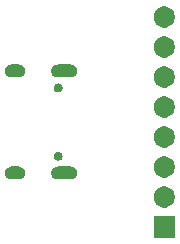
<source format=gbr>
G04 #@! TF.GenerationSoftware,KiCad,Pcbnew,(5.1.5-0-10_14)*
G04 #@! TF.CreationDate,2020-01-05T23:21:06-06:00*
G04 #@! TF.ProjectId,usb-c,7573622d-632e-46b6-9963-61645f706362,rev?*
G04 #@! TF.SameCoordinates,Original*
G04 #@! TF.FileFunction,Soldermask,Bot*
G04 #@! TF.FilePolarity,Negative*
%FSLAX46Y46*%
G04 Gerber Fmt 4.6, Leading zero omitted, Abs format (unit mm)*
G04 Created by KiCad (PCBNEW (5.1.5-0-10_14)) date 2020-01-05 23:21:06*
%MOMM*%
%LPD*%
G04 APERTURE LIST*
%ADD10C,0.100000*%
G04 APERTURE END LIST*
D10*
G36*
X134251000Y-164731000D02*
G01*
X132449000Y-164731000D01*
X132449000Y-162929000D01*
X134251000Y-162929000D01*
X134251000Y-164731000D01*
G37*
G36*
X133463512Y-160393927D02*
G01*
X133612812Y-160423624D01*
X133776784Y-160491544D01*
X133924354Y-160590147D01*
X134049853Y-160715646D01*
X134148456Y-160863216D01*
X134216376Y-161027188D01*
X134251000Y-161201259D01*
X134251000Y-161378741D01*
X134216376Y-161552812D01*
X134148456Y-161716784D01*
X134049853Y-161864354D01*
X133924354Y-161989853D01*
X133776784Y-162088456D01*
X133612812Y-162156376D01*
X133463512Y-162186073D01*
X133438742Y-162191000D01*
X133261258Y-162191000D01*
X133236488Y-162186073D01*
X133087188Y-162156376D01*
X132923216Y-162088456D01*
X132775646Y-161989853D01*
X132650147Y-161864354D01*
X132551544Y-161716784D01*
X132483624Y-161552812D01*
X132449000Y-161378741D01*
X132449000Y-161201259D01*
X132483624Y-161027188D01*
X132551544Y-160863216D01*
X132650147Y-160715646D01*
X132775646Y-160590147D01*
X132923216Y-160491544D01*
X133087188Y-160423624D01*
X133236488Y-160393927D01*
X133261258Y-160389000D01*
X133438742Y-160389000D01*
X133463512Y-160393927D01*
G37*
G36*
X125548015Y-158716973D02*
G01*
X125651879Y-158748479D01*
X125679055Y-158763005D01*
X125747600Y-158799643D01*
X125831501Y-158868499D01*
X125900357Y-158952400D01*
X125932647Y-159012811D01*
X125951521Y-159048121D01*
X125983027Y-159151985D01*
X125993666Y-159260000D01*
X125983027Y-159368015D01*
X125951521Y-159471879D01*
X125951519Y-159471882D01*
X125900357Y-159567600D01*
X125831501Y-159651501D01*
X125747600Y-159720357D01*
X125679055Y-159756995D01*
X125651879Y-159771521D01*
X125548015Y-159803027D01*
X125467067Y-159811000D01*
X124312933Y-159811000D01*
X124231985Y-159803027D01*
X124128121Y-159771521D01*
X124100945Y-159756995D01*
X124032400Y-159720357D01*
X123948499Y-159651501D01*
X123879643Y-159567600D01*
X123828481Y-159471882D01*
X123828479Y-159471879D01*
X123796973Y-159368015D01*
X123786334Y-159260000D01*
X123796973Y-159151985D01*
X123828479Y-159048121D01*
X123847353Y-159012811D01*
X123879643Y-158952400D01*
X123948499Y-158868499D01*
X124032400Y-158799643D01*
X124100945Y-158763005D01*
X124128121Y-158748479D01*
X124231985Y-158716973D01*
X124312933Y-158709000D01*
X125467067Y-158709000D01*
X125548015Y-158716973D01*
G37*
G36*
X121118015Y-158716973D02*
G01*
X121221879Y-158748479D01*
X121249055Y-158763005D01*
X121317600Y-158799643D01*
X121401501Y-158868499D01*
X121470357Y-158952400D01*
X121502647Y-159012811D01*
X121521521Y-159048121D01*
X121553027Y-159151985D01*
X121563666Y-159260000D01*
X121553027Y-159368015D01*
X121521521Y-159471879D01*
X121521519Y-159471882D01*
X121470357Y-159567600D01*
X121401501Y-159651501D01*
X121317600Y-159720357D01*
X121249055Y-159756995D01*
X121221879Y-159771521D01*
X121118015Y-159803027D01*
X121037067Y-159811000D01*
X120382933Y-159811000D01*
X120301985Y-159803027D01*
X120198121Y-159771521D01*
X120170945Y-159756995D01*
X120102400Y-159720357D01*
X120018499Y-159651501D01*
X119949643Y-159567600D01*
X119898481Y-159471882D01*
X119898479Y-159471879D01*
X119866973Y-159368015D01*
X119856334Y-159260000D01*
X119866973Y-159151985D01*
X119898479Y-159048121D01*
X119917353Y-159012811D01*
X119949643Y-158952400D01*
X120018499Y-158868499D01*
X120102400Y-158799643D01*
X120170945Y-158763005D01*
X120198121Y-158748479D01*
X120301985Y-158716973D01*
X120382933Y-158709000D01*
X121037067Y-158709000D01*
X121118015Y-158716973D01*
G37*
G36*
X133463512Y-157853927D02*
G01*
X133612812Y-157883624D01*
X133776784Y-157951544D01*
X133924354Y-158050147D01*
X134049853Y-158175646D01*
X134148456Y-158323216D01*
X134216376Y-158487188D01*
X134251000Y-158661259D01*
X134251000Y-158838741D01*
X134216376Y-159012812D01*
X134148456Y-159176784D01*
X134049853Y-159324354D01*
X133924354Y-159449853D01*
X133776784Y-159548456D01*
X133612812Y-159616376D01*
X133463512Y-159646073D01*
X133438742Y-159651000D01*
X133261258Y-159651000D01*
X133236488Y-159646073D01*
X133087188Y-159616376D01*
X132923216Y-159548456D01*
X132775646Y-159449853D01*
X132650147Y-159324354D01*
X132551544Y-159176784D01*
X132483624Y-159012812D01*
X132449000Y-158838741D01*
X132449000Y-158661259D01*
X132483624Y-158487188D01*
X132551544Y-158323216D01*
X132650147Y-158175646D01*
X132775646Y-158050147D01*
X132923216Y-157951544D01*
X133087188Y-157883624D01*
X133236488Y-157853927D01*
X133261258Y-157849000D01*
X133438742Y-157849000D01*
X133463512Y-157853927D01*
G37*
G36*
X124469672Y-157468449D02*
G01*
X124469674Y-157468450D01*
X124469675Y-157468450D01*
X124538103Y-157496793D01*
X124599686Y-157537942D01*
X124652058Y-157590314D01*
X124693207Y-157651897D01*
X124721550Y-157720325D01*
X124736000Y-157792967D01*
X124736000Y-157867033D01*
X124721550Y-157939675D01*
X124693207Y-158008103D01*
X124652058Y-158069686D01*
X124599686Y-158122058D01*
X124538103Y-158163207D01*
X124469675Y-158191550D01*
X124469674Y-158191550D01*
X124469672Y-158191551D01*
X124397034Y-158206000D01*
X124322966Y-158206000D01*
X124250328Y-158191551D01*
X124250326Y-158191550D01*
X124250325Y-158191550D01*
X124181897Y-158163207D01*
X124120314Y-158122058D01*
X124067942Y-158069686D01*
X124026793Y-158008103D01*
X123998450Y-157939675D01*
X123984000Y-157867033D01*
X123984000Y-157792967D01*
X123998450Y-157720325D01*
X124026793Y-157651897D01*
X124067942Y-157590314D01*
X124120314Y-157537942D01*
X124181897Y-157496793D01*
X124250325Y-157468450D01*
X124250326Y-157468450D01*
X124250328Y-157468449D01*
X124322966Y-157454000D01*
X124397034Y-157454000D01*
X124469672Y-157468449D01*
G37*
G36*
X133463512Y-155313927D02*
G01*
X133612812Y-155343624D01*
X133776784Y-155411544D01*
X133924354Y-155510147D01*
X134049853Y-155635646D01*
X134148456Y-155783216D01*
X134216376Y-155947188D01*
X134251000Y-156121259D01*
X134251000Y-156298741D01*
X134216376Y-156472812D01*
X134148456Y-156636784D01*
X134049853Y-156784354D01*
X133924354Y-156909853D01*
X133776784Y-157008456D01*
X133612812Y-157076376D01*
X133463512Y-157106073D01*
X133438742Y-157111000D01*
X133261258Y-157111000D01*
X133236488Y-157106073D01*
X133087188Y-157076376D01*
X132923216Y-157008456D01*
X132775646Y-156909853D01*
X132650147Y-156784354D01*
X132551544Y-156636784D01*
X132483624Y-156472812D01*
X132449000Y-156298741D01*
X132449000Y-156121259D01*
X132483624Y-155947188D01*
X132551544Y-155783216D01*
X132650147Y-155635646D01*
X132775646Y-155510147D01*
X132923216Y-155411544D01*
X133087188Y-155343624D01*
X133236488Y-155313927D01*
X133261258Y-155309000D01*
X133438742Y-155309000D01*
X133463512Y-155313927D01*
G37*
G36*
X133463512Y-152773927D02*
G01*
X133612812Y-152803624D01*
X133776784Y-152871544D01*
X133924354Y-152970147D01*
X134049853Y-153095646D01*
X134148456Y-153243216D01*
X134216376Y-153407188D01*
X134251000Y-153581259D01*
X134251000Y-153758741D01*
X134216376Y-153932812D01*
X134148456Y-154096784D01*
X134049853Y-154244354D01*
X133924354Y-154369853D01*
X133776784Y-154468456D01*
X133612812Y-154536376D01*
X133463512Y-154566073D01*
X133438742Y-154571000D01*
X133261258Y-154571000D01*
X133236488Y-154566073D01*
X133087188Y-154536376D01*
X132923216Y-154468456D01*
X132775646Y-154369853D01*
X132650147Y-154244354D01*
X132551544Y-154096784D01*
X132483624Y-153932812D01*
X132449000Y-153758741D01*
X132449000Y-153581259D01*
X132483624Y-153407188D01*
X132551544Y-153243216D01*
X132650147Y-153095646D01*
X132775646Y-152970147D01*
X132923216Y-152871544D01*
X133087188Y-152803624D01*
X133236488Y-152773927D01*
X133261258Y-152769000D01*
X133438742Y-152769000D01*
X133463512Y-152773927D01*
G37*
G36*
X124469672Y-151688449D02*
G01*
X124469674Y-151688450D01*
X124469675Y-151688450D01*
X124538103Y-151716793D01*
X124599686Y-151757942D01*
X124652058Y-151810314D01*
X124693207Y-151871897D01*
X124721550Y-151940325D01*
X124736000Y-152012967D01*
X124736000Y-152087033D01*
X124721550Y-152159675D01*
X124693207Y-152228103D01*
X124652058Y-152289686D01*
X124599686Y-152342058D01*
X124538103Y-152383207D01*
X124469675Y-152411550D01*
X124469674Y-152411550D01*
X124469672Y-152411551D01*
X124397034Y-152426000D01*
X124322966Y-152426000D01*
X124250328Y-152411551D01*
X124250326Y-152411550D01*
X124250325Y-152411550D01*
X124181897Y-152383207D01*
X124120314Y-152342058D01*
X124067942Y-152289686D01*
X124026793Y-152228103D01*
X123998450Y-152159675D01*
X123984000Y-152087033D01*
X123984000Y-152012967D01*
X123998450Y-151940325D01*
X124026793Y-151871897D01*
X124067942Y-151810314D01*
X124120314Y-151757942D01*
X124181897Y-151716793D01*
X124250325Y-151688450D01*
X124250326Y-151688450D01*
X124250328Y-151688449D01*
X124322966Y-151674000D01*
X124397034Y-151674000D01*
X124469672Y-151688449D01*
G37*
G36*
X133463512Y-150233927D02*
G01*
X133612812Y-150263624D01*
X133776784Y-150331544D01*
X133924354Y-150430147D01*
X134049853Y-150555646D01*
X134148456Y-150703216D01*
X134216376Y-150867188D01*
X134251000Y-151041259D01*
X134251000Y-151218741D01*
X134216376Y-151392812D01*
X134148456Y-151556784D01*
X134049853Y-151704354D01*
X133924354Y-151829853D01*
X133776784Y-151928456D01*
X133612812Y-151996376D01*
X133463512Y-152026073D01*
X133438742Y-152031000D01*
X133261258Y-152031000D01*
X133236488Y-152026073D01*
X133087188Y-151996376D01*
X132923216Y-151928456D01*
X132775646Y-151829853D01*
X132650147Y-151704354D01*
X132551544Y-151556784D01*
X132483624Y-151392812D01*
X132449000Y-151218741D01*
X132449000Y-151041259D01*
X132483624Y-150867188D01*
X132551544Y-150703216D01*
X132650147Y-150555646D01*
X132775646Y-150430147D01*
X132923216Y-150331544D01*
X133087188Y-150263624D01*
X133236488Y-150233927D01*
X133261258Y-150229000D01*
X133438742Y-150229000D01*
X133463512Y-150233927D01*
G37*
G36*
X125548015Y-150076973D02*
G01*
X125651879Y-150108479D01*
X125679055Y-150123005D01*
X125747600Y-150159643D01*
X125831501Y-150228499D01*
X125900357Y-150312400D01*
X125936995Y-150380945D01*
X125951521Y-150408121D01*
X125983027Y-150511985D01*
X125993666Y-150620000D01*
X125983027Y-150728015D01*
X125951521Y-150831879D01*
X125951519Y-150831882D01*
X125900357Y-150927600D01*
X125831501Y-151011501D01*
X125747600Y-151080357D01*
X125679055Y-151116995D01*
X125651879Y-151131521D01*
X125548015Y-151163027D01*
X125467067Y-151171000D01*
X124312933Y-151171000D01*
X124231985Y-151163027D01*
X124128121Y-151131521D01*
X124100945Y-151116995D01*
X124032400Y-151080357D01*
X123948499Y-151011501D01*
X123879643Y-150927600D01*
X123828481Y-150831882D01*
X123828479Y-150831879D01*
X123796973Y-150728015D01*
X123786334Y-150620000D01*
X123796973Y-150511985D01*
X123828479Y-150408121D01*
X123843005Y-150380945D01*
X123879643Y-150312400D01*
X123948499Y-150228499D01*
X124032400Y-150159643D01*
X124100945Y-150123005D01*
X124128121Y-150108479D01*
X124231985Y-150076973D01*
X124312933Y-150069000D01*
X125467067Y-150069000D01*
X125548015Y-150076973D01*
G37*
G36*
X121118015Y-150076973D02*
G01*
X121221879Y-150108479D01*
X121249055Y-150123005D01*
X121317600Y-150159643D01*
X121401501Y-150228499D01*
X121470357Y-150312400D01*
X121506995Y-150380945D01*
X121521521Y-150408121D01*
X121553027Y-150511985D01*
X121563666Y-150620000D01*
X121553027Y-150728015D01*
X121521521Y-150831879D01*
X121521519Y-150831882D01*
X121470357Y-150927600D01*
X121401501Y-151011501D01*
X121317600Y-151080357D01*
X121249055Y-151116995D01*
X121221879Y-151131521D01*
X121118015Y-151163027D01*
X121037067Y-151171000D01*
X120382933Y-151171000D01*
X120301985Y-151163027D01*
X120198121Y-151131521D01*
X120170945Y-151116995D01*
X120102400Y-151080357D01*
X120018499Y-151011501D01*
X119949643Y-150927600D01*
X119898481Y-150831882D01*
X119898479Y-150831879D01*
X119866973Y-150728015D01*
X119856334Y-150620000D01*
X119866973Y-150511985D01*
X119898479Y-150408121D01*
X119913005Y-150380945D01*
X119949643Y-150312400D01*
X120018499Y-150228499D01*
X120102400Y-150159643D01*
X120170945Y-150123005D01*
X120198121Y-150108479D01*
X120301985Y-150076973D01*
X120382933Y-150069000D01*
X121037067Y-150069000D01*
X121118015Y-150076973D01*
G37*
G36*
X133463512Y-147693927D02*
G01*
X133612812Y-147723624D01*
X133776784Y-147791544D01*
X133924354Y-147890147D01*
X134049853Y-148015646D01*
X134148456Y-148163216D01*
X134216376Y-148327188D01*
X134251000Y-148501259D01*
X134251000Y-148678741D01*
X134216376Y-148852812D01*
X134148456Y-149016784D01*
X134049853Y-149164354D01*
X133924354Y-149289853D01*
X133776784Y-149388456D01*
X133612812Y-149456376D01*
X133463512Y-149486073D01*
X133438742Y-149491000D01*
X133261258Y-149491000D01*
X133236488Y-149486073D01*
X133087188Y-149456376D01*
X132923216Y-149388456D01*
X132775646Y-149289853D01*
X132650147Y-149164354D01*
X132551544Y-149016784D01*
X132483624Y-148852812D01*
X132449000Y-148678741D01*
X132449000Y-148501259D01*
X132483624Y-148327188D01*
X132551544Y-148163216D01*
X132650147Y-148015646D01*
X132775646Y-147890147D01*
X132923216Y-147791544D01*
X133087188Y-147723624D01*
X133236488Y-147693927D01*
X133261258Y-147689000D01*
X133438742Y-147689000D01*
X133463512Y-147693927D01*
G37*
G36*
X133463512Y-145153927D02*
G01*
X133612812Y-145183624D01*
X133776784Y-145251544D01*
X133924354Y-145350147D01*
X134049853Y-145475646D01*
X134148456Y-145623216D01*
X134216376Y-145787188D01*
X134251000Y-145961259D01*
X134251000Y-146138741D01*
X134216376Y-146312812D01*
X134148456Y-146476784D01*
X134049853Y-146624354D01*
X133924354Y-146749853D01*
X133776784Y-146848456D01*
X133612812Y-146916376D01*
X133463512Y-146946073D01*
X133438742Y-146951000D01*
X133261258Y-146951000D01*
X133236488Y-146946073D01*
X133087188Y-146916376D01*
X132923216Y-146848456D01*
X132775646Y-146749853D01*
X132650147Y-146624354D01*
X132551544Y-146476784D01*
X132483624Y-146312812D01*
X132449000Y-146138741D01*
X132449000Y-145961259D01*
X132483624Y-145787188D01*
X132551544Y-145623216D01*
X132650147Y-145475646D01*
X132775646Y-145350147D01*
X132923216Y-145251544D01*
X133087188Y-145183624D01*
X133236488Y-145153927D01*
X133261258Y-145149000D01*
X133438742Y-145149000D01*
X133463512Y-145153927D01*
G37*
M02*

</source>
